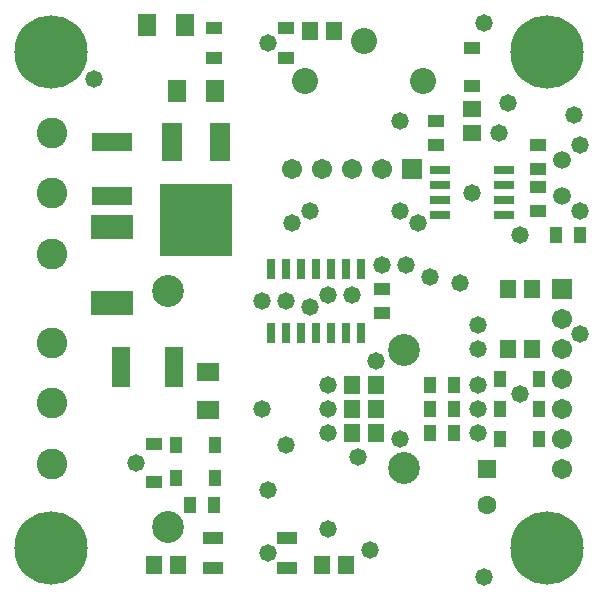
<source format=gbs>
%FSLAX25Y25*%
%MOIN*%
G70*
G01*
G75*
G04 Layer_Color=16711935*
%ADD10C,0.02000*%
%ADD11C,0.03000*%
%ADD12C,0.10000*%
%ADD13C,0.05000*%
%ADD14C,0.07874*%
%ADD15C,0.09843*%
%ADD16C,0.05906*%
%ADD17R,0.05906X0.05906*%
%ADD18C,0.05118*%
%ADD19R,0.05512X0.05512*%
%ADD20C,0.05512*%
%ADD21C,0.23622*%
%ADD22R,0.05906X0.05906*%
%ADD23C,0.09449*%
%ADD24C,0.05000*%
%ADD25R,0.04724X0.05512*%
%ADD26R,0.05906X0.02362*%
%ADD27R,0.02362X0.05906*%
%ADD28R,0.04724X0.03543*%
%ADD29R,0.04803X0.03583*%
%ADD30R,0.23622X0.23622*%
%ADD31R,0.06299X0.11811*%
%ADD32R,0.03543X0.04724*%
%ADD33R,0.05512X0.04724*%
%ADD34R,0.06693X0.05512*%
%ADD35R,0.05512X0.06693*%
%ADD36R,0.03583X0.04803*%
%ADD37R,0.04370X0.03583*%
%ADD38R,0.05906X0.03150*%
%ADD39R,0.05512X0.12598*%
%ADD40R,0.12598X0.05512*%
%ADD41R,0.13386X0.07087*%
%ADD42C,0.01000*%
%ADD43C,0.08000*%
%ADD44C,0.12000*%
%ADD45C,0.00787*%
%ADD46C,0.00500*%
%ADD47C,0.00700*%
%ADD48C,0.08674*%
%ADD49C,0.10642*%
%ADD50C,0.06706*%
%ADD51R,0.06706X0.06706*%
%ADD52C,0.05918*%
%ADD53R,0.06312X0.06312*%
%ADD54C,0.06312*%
%ADD55C,0.24422*%
%ADD56R,0.06706X0.06706*%
%ADD57C,0.10249*%
%ADD58C,0.05800*%
%ADD59R,0.05524X0.06312*%
%ADD60R,0.06706X0.03162*%
%ADD61R,0.03162X0.06706*%
%ADD62R,0.05524X0.04343*%
%ADD63R,0.05603X0.04383*%
%ADD64R,0.24422X0.24422*%
%ADD65R,0.07099X0.12611*%
%ADD66R,0.04343X0.05524*%
%ADD67R,0.06312X0.05524*%
%ADD68R,0.07493X0.06312*%
%ADD69R,0.06312X0.07493*%
%ADD70R,0.04383X0.05603*%
%ADD71R,0.05170X0.04383*%
%ADD72R,0.06706X0.03950*%
%ADD73R,0.06312X0.13398*%
%ADD74R,0.13398X0.06312*%
%ADD75R,0.14186X0.07887*%
D48*
X139685Y171307D02*
D03*
X120000Y184693D02*
D03*
X100315Y171307D02*
D03*
D49*
X133370Y42315D02*
D03*
Y81685D02*
D03*
X54630Y22630D02*
D03*
Y101370D02*
D03*
D50*
X186000Y42000D02*
D03*
Y52000D02*
D03*
Y62000D02*
D03*
Y72000D02*
D03*
Y92000D02*
D03*
Y82000D02*
D03*
X96000Y142000D02*
D03*
X106000D02*
D03*
X116000D02*
D03*
X126000D02*
D03*
D51*
X186000Y102000D02*
D03*
D52*
Y145102D02*
D03*
Y132898D02*
D03*
D53*
X161000Y41906D02*
D03*
D54*
Y30095D02*
D03*
D55*
X15748Y15748D02*
D03*
X181102D02*
D03*
X15748Y181102D02*
D03*
X181102D02*
D03*
D56*
X136000Y142000D02*
D03*
D57*
X16000Y43528D02*
D03*
Y84000D02*
D03*
Y64000D02*
D03*
Y113528D02*
D03*
Y154000D02*
D03*
Y134000D02*
D03*
D58*
X168000Y164000D02*
D03*
X96000Y124000D02*
D03*
X132000Y128000D02*
D03*
Y52000D02*
D03*
X118000Y46000D02*
D03*
X172000Y67000D02*
D03*
X192000Y87000D02*
D03*
X160000Y190598D02*
D03*
X142000Y106000D02*
D03*
X158000Y90000D02*
D03*
X156000Y134000D02*
D03*
X134000Y110000D02*
D03*
X132000Y158000D02*
D03*
X158000Y82000D02*
D03*
X102000Y128000D02*
D03*
X138000Y124000D02*
D03*
X152000Y104000D02*
D03*
X165000Y154000D02*
D03*
X172000Y120000D02*
D03*
X86000Y62000D02*
D03*
X94000Y98000D02*
D03*
X102000Y96000D02*
D03*
X116000Y100000D02*
D03*
X108000D02*
D03*
X126000Y110000D02*
D03*
X192000Y150000D02*
D03*
X190000Y160000D02*
D03*
X192000Y128000D02*
D03*
X86000Y98000D02*
D03*
X108000Y70000D02*
D03*
X122000Y15000D02*
D03*
X94000Y50000D02*
D03*
X124000Y78000D02*
D03*
X158000Y54000D02*
D03*
Y62000D02*
D03*
Y70000D02*
D03*
X108000Y62000D02*
D03*
Y54000D02*
D03*
X160000Y6000D02*
D03*
X88000Y184000D02*
D03*
Y35000D02*
D03*
Y14000D02*
D03*
X108000Y22000D02*
D03*
X30000Y172000D02*
D03*
X44000Y44000D02*
D03*
D59*
X175937Y82000D02*
D03*
X168063D02*
D03*
X116063Y70000D02*
D03*
X123937D02*
D03*
X116063Y62000D02*
D03*
X123937D02*
D03*
X116063Y54000D02*
D03*
X123937D02*
D03*
X102063Y188000D02*
D03*
X109937D02*
D03*
X57937Y10000D02*
D03*
X50063D02*
D03*
X106063Y10000D02*
D03*
X113937D02*
D03*
X175937Y102000D02*
D03*
X168063D02*
D03*
D60*
X145370Y141500D02*
D03*
Y136500D02*
D03*
Y131500D02*
D03*
Y126500D02*
D03*
X166630D02*
D03*
Y131500D02*
D03*
Y136500D02*
D03*
Y141500D02*
D03*
D61*
X119000Y87370D02*
D03*
X114000D02*
D03*
X109000D02*
D03*
X104000D02*
D03*
X99000D02*
D03*
X94000D02*
D03*
X89000D02*
D03*
X119000Y108630D02*
D03*
X114000D02*
D03*
X109000D02*
D03*
X104000D02*
D03*
X99000D02*
D03*
X94000D02*
D03*
X89000D02*
D03*
D62*
X178000Y128063D02*
D03*
Y135937D02*
D03*
X126000Y101937D02*
D03*
Y94063D02*
D03*
X144000Y150063D02*
D03*
Y157937D02*
D03*
X178000Y142063D02*
D03*
Y149937D02*
D03*
D63*
X156000Y182437D02*
D03*
Y169563D02*
D03*
X50000Y50437D02*
D03*
Y37563D02*
D03*
D64*
X64000Y125000D02*
D03*
D65*
X56000Y151000D02*
D03*
X72000D02*
D03*
D66*
X69937Y30000D02*
D03*
X62063D02*
D03*
X149937Y70000D02*
D03*
X142063D02*
D03*
X149937Y62000D02*
D03*
X142063D02*
D03*
X149937Y54000D02*
D03*
X142063D02*
D03*
X184063Y120000D02*
D03*
X191937D02*
D03*
D67*
X156000Y161937D02*
D03*
Y154063D02*
D03*
D68*
X68000Y61701D02*
D03*
Y74299D02*
D03*
D69*
X47701Y190000D02*
D03*
X60299D02*
D03*
X57701Y168000D02*
D03*
X70299D02*
D03*
D70*
X70437Y50000D02*
D03*
X57563D02*
D03*
X70437Y39000D02*
D03*
X57563D02*
D03*
X178437Y72000D02*
D03*
X165563D02*
D03*
X178437Y62000D02*
D03*
X165563D02*
D03*
X178437Y52000D02*
D03*
X165563D02*
D03*
D71*
X94000Y189000D02*
D03*
Y179000D02*
D03*
X70000D02*
D03*
Y189000D02*
D03*
D72*
X69599Y9000D02*
D03*
Y19000D02*
D03*
X94402Y9000D02*
D03*
Y19000D02*
D03*
D73*
X39142Y76000D02*
D03*
X56858D02*
D03*
D74*
X36000Y133142D02*
D03*
Y150858D02*
D03*
D75*
Y97402D02*
D03*
Y122598D02*
D03*
M02*

</source>
